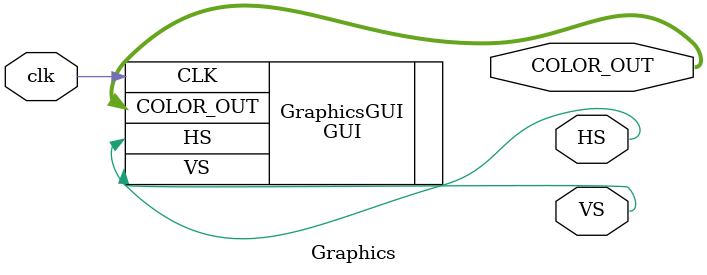
<source format=v>
`timescale 1ns / 1ps

module Graphics(
    input clk,
    output [11:0] COLOR_OUT,
    output HS,
    output VS
    );
    
    GUI GraphicsGUI(
        .CLK(clk),
        .COLOR_OUT(COLOR_OUT),
        .HS(HS),
        .VS(VS));
    
    
endmodule

</source>
